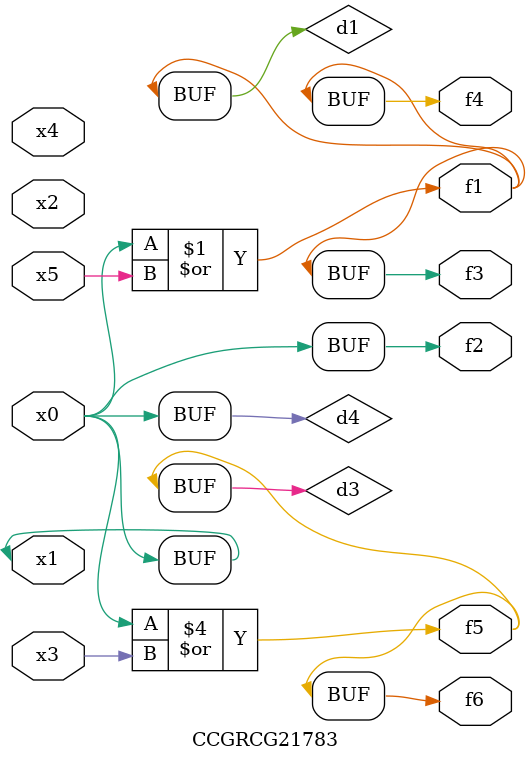
<source format=v>
module CCGRCG21783(
	input x0, x1, x2, x3, x4, x5,
	output f1, f2, f3, f4, f5, f6
);

	wire d1, d2, d3, d4;

	or (d1, x0, x5);
	xnor (d2, x1, x4);
	or (d3, x0, x3);
	buf (d4, x0, x1);
	assign f1 = d1;
	assign f2 = d4;
	assign f3 = d1;
	assign f4 = d1;
	assign f5 = d3;
	assign f6 = d3;
endmodule

</source>
